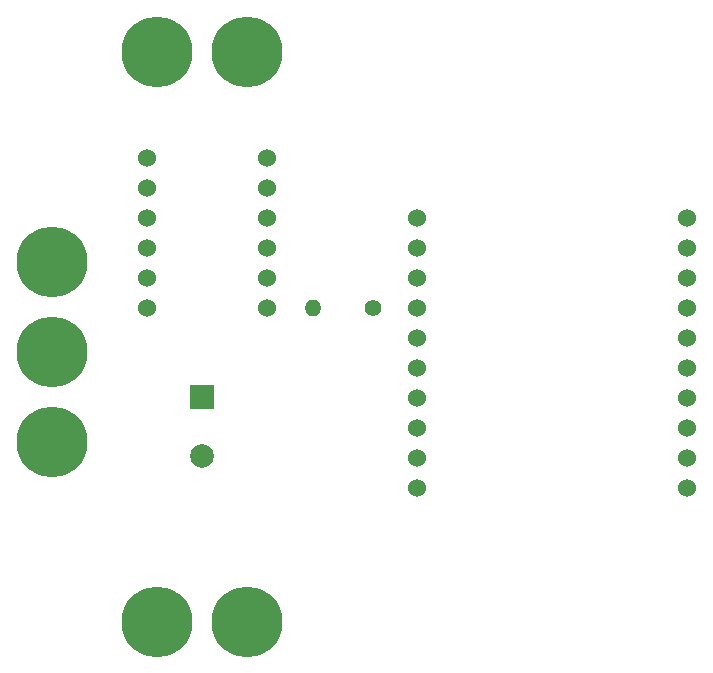
<source format=gbr>
G04 #@! TF.FileFunction,Copper,L2,Bot,Signal*
%FSLAX46Y46*%
G04 Gerber Fmt 4.6, Leading zero omitted, Abs format (unit mm)*
G04 Created by KiCad (PCBNEW 4.0.4-stable) date 11/11/17 19:23:41*
%MOMM*%
%LPD*%
G01*
G04 APERTURE LIST*
%ADD10C,0.100000*%
%ADD11R,2.000000X2.000000*%
%ADD12C,2.000000*%
%ADD13C,1.524000*%
%ADD14C,5.999480*%
%ADD15C,1.400000*%
%ADD16O,1.400000X1.400000*%
G04 APERTURE END LIST*
D10*
D11*
X160020000Y-113030000D03*
D12*
X160020000Y-118030000D03*
D13*
X165500000Y-105500000D03*
X165500000Y-102960000D03*
X165500000Y-100420000D03*
X165500000Y-97880000D03*
X165500000Y-95340000D03*
X165500000Y-92800000D03*
X155340000Y-105500000D03*
X155340000Y-102960000D03*
X155340000Y-100420000D03*
X155340000Y-97880000D03*
X155340000Y-95340000D03*
X155340000Y-92800000D03*
D14*
X147320000Y-116840000D03*
X147320000Y-109220000D03*
X147320000Y-101600000D03*
D15*
X174500000Y-105500000D03*
D16*
X169420000Y-105500000D03*
D13*
X201089000Y-97875000D03*
X201089000Y-100415000D03*
X201089000Y-102955000D03*
X201089000Y-105495000D03*
X201089000Y-108035000D03*
X201089000Y-110575000D03*
X201089000Y-113115000D03*
X201089000Y-115655000D03*
X201089000Y-118195000D03*
X201089000Y-120735000D03*
X178229000Y-120735000D03*
X178229000Y-118195000D03*
X178229000Y-115655000D03*
X178229000Y-113115000D03*
X178229000Y-110575000D03*
X178229000Y-108035000D03*
X178229000Y-105495000D03*
X178229000Y-102955000D03*
X178229000Y-100415000D03*
X178229000Y-97875000D03*
D14*
X156210000Y-132080000D03*
X163830000Y-132080000D03*
X163830000Y-83820000D03*
X156210000Y-83820000D03*
M02*

</source>
